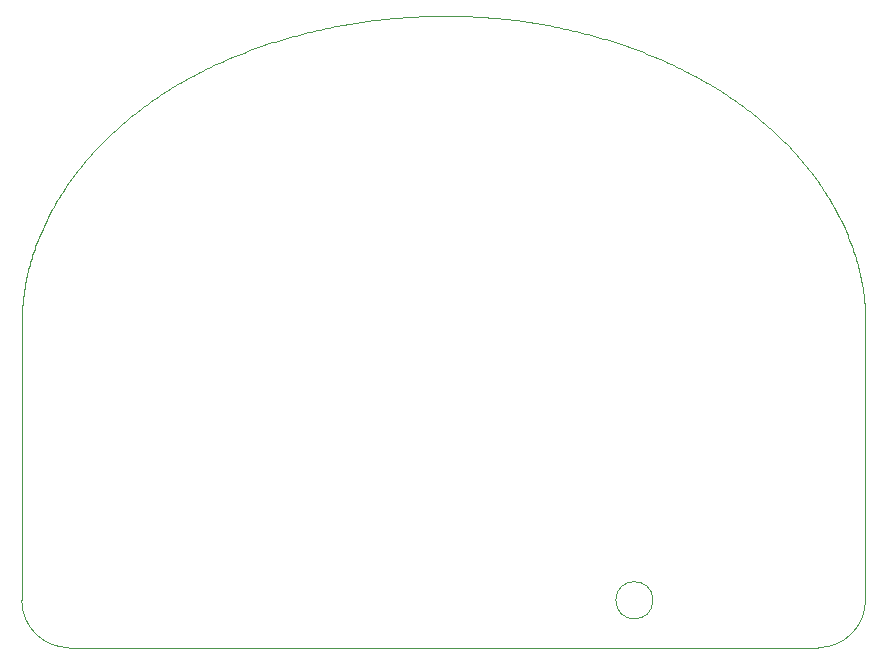
<source format=gbr>
G04 #@! TF.FileFunction,Profile,NP*
%FSLAX46Y46*%
G04 Gerber Fmt 4.6, Leading zero omitted, Abs format (unit mm)*
G04 Created by KiCad (PCBNEW 4.1.0-alpha+201605041001+6771~44~ubuntu14.04.1-product) date Wed 11 May 2016 01:12:45 PM EEST*
%MOMM*%
%LPD*%
G01*
G04 APERTURE LIST*
%ADD10C,0.100000*%
G04 APERTURE END LIST*
D10*
X118924691Y-133974752D02*
X55490000Y-133974752D01*
X51490000Y-129974752D02*
X51490000Y-106461615D01*
X95873181Y-81251752D02*
X95611681Y-81204752D01*
X96134081Y-81300252D02*
X95873181Y-81251752D01*
X96394481Y-81350152D02*
X96134081Y-81300252D01*
X96654381Y-81401452D02*
X96394481Y-81350152D01*
X96913781Y-81454252D02*
X96654381Y-81401452D01*
X97172581Y-81508452D02*
X96913781Y-81454252D01*
X97430781Y-81564052D02*
X97172581Y-81508452D01*
X97688481Y-81621152D02*
X97430781Y-81564052D01*
X97945581Y-81679552D02*
X97688481Y-81621152D01*
X98201981Y-81739452D02*
X97945581Y-81679552D01*
X98457881Y-81800652D02*
X98201981Y-81739452D01*
X98713081Y-81863352D02*
X98457881Y-81800652D01*
X98967681Y-81927352D02*
X98713081Y-81863352D01*
X99221581Y-81992852D02*
X98967681Y-81927352D01*
X99474781Y-82059652D02*
X99221581Y-81992852D01*
X99727281Y-82127852D02*
X99474781Y-82059652D01*
X99979181Y-82197452D02*
X99727281Y-82127852D01*
X100230281Y-82268352D02*
X99979181Y-82197452D01*
X100480681Y-82340652D02*
X100230281Y-82268352D01*
X100730381Y-82414352D02*
X100480681Y-82340652D01*
X100979281Y-82489352D02*
X100730381Y-82414352D01*
X101227381Y-82565752D02*
X100979281Y-82489352D01*
X101474781Y-82643452D02*
X101227381Y-82565752D01*
X101721281Y-82722452D02*
X101474781Y-82643452D01*
X101967081Y-82802852D02*
X101721281Y-82722452D01*
X102211981Y-82884552D02*
X101967081Y-82802852D01*
X58075381Y-91461052D02*
X57921081Y-91622652D01*
X58231381Y-91300252D02*
X58075381Y-91461052D01*
X58388981Y-91140352D02*
X58231381Y-91300252D01*
X58548181Y-90981352D02*
X58388981Y-91140352D01*
X58709081Y-90823252D02*
X58548181Y-90981352D01*
X58871481Y-90666052D02*
X58709081Y-90823252D01*
X59035581Y-90509752D02*
X58871481Y-90666052D01*
X59201181Y-90354352D02*
X59035581Y-90509752D01*
X59368481Y-90199852D02*
X59201181Y-90354352D01*
X59537281Y-90046352D02*
X59368481Y-90199852D01*
X59707681Y-89893852D02*
X59537281Y-90046352D01*
X59879681Y-89742252D02*
X59707681Y-89893852D01*
X60053181Y-89591652D02*
X59879681Y-89742252D01*
X60228331Y-89442052D02*
X60053181Y-89591652D01*
X60404991Y-89293352D02*
X60228331Y-89442052D01*
X60583181Y-89145752D02*
X60404991Y-89293352D01*
X60762921Y-88999152D02*
X60583181Y-89145752D01*
X60944181Y-88853552D02*
X60762921Y-88999152D01*
X61126971Y-88709052D02*
X60944181Y-88853552D01*
X61311271Y-88565552D02*
X61126971Y-88709052D01*
X61497091Y-88423052D02*
X61311271Y-88565552D01*
X61684401Y-88281652D02*
X61497091Y-88423052D01*
X61873221Y-88141352D02*
X61684401Y-88281652D01*
X62063521Y-88002152D02*
X61873221Y-88141352D01*
X62255301Y-87864052D02*
X62063521Y-88002152D01*
X62448561Y-87727052D02*
X62255301Y-87864052D01*
X62643291Y-87591152D02*
X62448561Y-87727052D01*
X62839481Y-87456352D02*
X62643291Y-87591152D01*
X63037131Y-87322652D02*
X62839481Y-87456352D01*
X63236221Y-87190152D02*
X63037131Y-87322652D01*
X63436761Y-87058852D02*
X63236221Y-87190152D01*
X63638721Y-86928652D02*
X63436761Y-87058852D01*
X63842121Y-86799652D02*
X63638721Y-86928652D01*
X64046931Y-86671852D02*
X63842121Y-86799652D01*
X64253101Y-86545252D02*
X64046931Y-86671852D01*
X64460611Y-86419852D02*
X64253101Y-86545252D01*
X64669451Y-86295752D02*
X64460611Y-86419852D01*
X64879591Y-86172852D02*
X64669451Y-86295752D01*
X65091031Y-86051152D02*
X64879591Y-86172852D01*
X65303741Y-85930652D02*
X65091031Y-86051152D01*
X65517731Y-85811452D02*
X65303741Y-85930652D01*
X65732971Y-85693452D02*
X65517731Y-85811452D01*
X65949441Y-85576752D02*
X65732971Y-85693452D01*
X66167141Y-85461252D02*
X65949441Y-85576752D01*
X66386041Y-85346952D02*
X66167141Y-85461252D01*
X66606151Y-85233952D02*
X66386041Y-85346952D01*
X66827431Y-85122252D02*
X66606151Y-85233952D01*
X67049871Y-85011752D02*
X66827431Y-85122252D01*
X67273471Y-84902452D02*
X67049871Y-85011752D01*
X67498201Y-84794552D02*
X67273471Y-84902452D01*
X67724061Y-84687852D02*
X67498201Y-84794552D01*
X67951021Y-84582352D02*
X67724061Y-84687852D01*
X68179081Y-84478152D02*
X67951021Y-84582352D01*
X68408221Y-84375352D02*
X68179081Y-84478152D01*
X120630181Y-97371252D02*
X120533981Y-97186652D01*
X120724581Y-97556452D02*
X120630181Y-97371252D01*
X120816981Y-97742052D02*
X120724581Y-97556452D01*
X120907481Y-97928252D02*
X120816981Y-97742052D01*
X120996181Y-98114852D02*
X120907481Y-97928252D01*
X121082881Y-98302052D02*
X120996181Y-98114852D01*
X121167781Y-98489652D02*
X121082881Y-98302052D01*
X121250681Y-98677752D02*
X121167781Y-98489652D01*
X121331681Y-98866252D02*
X121250681Y-98677752D01*
X121410781Y-99055252D02*
X121331681Y-98866252D01*
X121487981Y-99244652D02*
X121410781Y-99055252D01*
X121563181Y-99434452D02*
X121487981Y-99244652D01*
X121636481Y-99624652D02*
X121563181Y-99434452D01*
X121707781Y-99815252D02*
X121636481Y-99624652D01*
X121777081Y-100006352D02*
X121707781Y-99815252D01*
X121844481Y-100197752D02*
X121777081Y-100006352D01*
X121909881Y-100389452D02*
X121844481Y-100197752D01*
X121973381Y-100581652D02*
X121909881Y-100389452D01*
X122034781Y-100774052D02*
X121973381Y-100581652D01*
X122094281Y-100966852D02*
X122034781Y-100774052D01*
X122151781Y-101160052D02*
X122094281Y-100966852D01*
X122207181Y-101353552D02*
X122151781Y-101160052D01*
X122260681Y-101547252D02*
X122207181Y-101353552D01*
X122312081Y-101741352D02*
X122260681Y-101547252D01*
X122924681Y-106461652D02*
X122923581Y-106263452D01*
X122408881Y-102130352D02*
X122361581Y-101935752D01*
X102456081Y-82967652D02*
X102211981Y-82884552D01*
X102699281Y-83052052D02*
X102456081Y-82967652D01*
X102941681Y-83137652D02*
X102699281Y-83052052D01*
X103183181Y-83224652D02*
X102941681Y-83137652D01*
X103423781Y-83312952D02*
X103183181Y-83224652D01*
X103663481Y-83402552D02*
X103423781Y-83312952D01*
X103902281Y-83493552D02*
X103663481Y-83402552D01*
X104140081Y-83585652D02*
X103902281Y-83493552D01*
X104376981Y-83679152D02*
X104140081Y-83585652D01*
X104612981Y-83773952D02*
X104376981Y-83679152D01*
X104847981Y-83869952D02*
X104612981Y-83773952D01*
X105081981Y-83967352D02*
X104847981Y-83869952D01*
X105314981Y-84065952D02*
X105081981Y-83967352D01*
X105546881Y-84165752D02*
X105314981Y-84065952D01*
X105777881Y-84266852D02*
X105546881Y-84165752D01*
X106007781Y-84369252D02*
X105777881Y-84266852D01*
X106236681Y-84472852D02*
X106007781Y-84369252D01*
X106464481Y-84577752D02*
X106236681Y-84472852D01*
X106691181Y-84683852D02*
X106464481Y-84577752D01*
X106916781Y-84791152D02*
X106691181Y-84683852D01*
X107141281Y-84899752D02*
X106916781Y-84791152D01*
X107364681Y-85009552D02*
X107141281Y-84899752D01*
X107586981Y-85120552D02*
X107364681Y-85009552D01*
X107808081Y-85232752D02*
X107586981Y-85120552D01*
X108028081Y-85346252D02*
X107808081Y-85232752D01*
X108246881Y-85460852D02*
X108028081Y-85346252D01*
X68638421Y-84273652D02*
X68408221Y-84375352D01*
X68869671Y-84173352D02*
X68638421Y-84273652D01*
X69101961Y-84074252D02*
X68869671Y-84173352D01*
X69335269Y-83976452D02*
X69101961Y-84074252D01*
X69569585Y-83879952D02*
X69335269Y-83976452D01*
X69804894Y-83784752D02*
X69569585Y-83879952D01*
X70041181Y-83690852D02*
X69804894Y-83784752D01*
X70278433Y-83598252D02*
X70041181Y-83690852D01*
X70516633Y-83506952D02*
X70278433Y-83598252D01*
X70755768Y-83416952D02*
X70516633Y-83506952D01*
X70995825Y-83328152D02*
X70755768Y-83416952D01*
X71236791Y-83240752D02*
X70995825Y-83328152D01*
X71478641Y-83154652D02*
X71236791Y-83240752D01*
X71721371Y-83069852D02*
X71478641Y-83154652D01*
X71964971Y-82986452D02*
X71721371Y-83069852D01*
X72209411Y-82904252D02*
X71964971Y-82986452D01*
X72454691Y-82823452D02*
X72209411Y-82904252D01*
X72700781Y-82743952D02*
X72454691Y-82823452D01*
X72947691Y-82665752D02*
X72700781Y-82743952D01*
X73195381Y-82588852D02*
X72947691Y-82665752D01*
X73443851Y-82513352D02*
X73195381Y-82588852D01*
X73693081Y-82439152D02*
X73443851Y-82513352D01*
X73943061Y-82366252D02*
X73693081Y-82439152D01*
X74193781Y-82294752D02*
X73943061Y-82366252D01*
X74445211Y-82224552D02*
X74193781Y-82294752D01*
X74697351Y-82155752D02*
X74445211Y-82224552D01*
X74950171Y-82088252D02*
X74697351Y-82155752D01*
X81984781Y-80785952D02*
X81718781Y-80815952D01*
X82251081Y-80757352D02*
X81984781Y-80785952D01*
X82517581Y-80730152D02*
X82251081Y-80757352D01*
X82784481Y-80704452D02*
X82517581Y-80730152D01*
X83051581Y-80680152D02*
X82784481Y-80704452D01*
X83318881Y-80657252D02*
X83051581Y-80680152D01*
X83586381Y-80635852D02*
X83318881Y-80657252D01*
X83854081Y-80615852D02*
X83586381Y-80635852D01*
X84121981Y-80597352D02*
X83854081Y-80615852D01*
X84390081Y-80580252D02*
X84121981Y-80597352D01*
X84658281Y-80564552D02*
X84390081Y-80580252D01*
X84926681Y-80550352D02*
X84658281Y-80564552D01*
X85195181Y-80537652D02*
X84926681Y-80550352D01*
X85463781Y-80526452D02*
X85195181Y-80537652D01*
X85732481Y-80516552D02*
X85463781Y-80526452D01*
X86001381Y-80508252D02*
X85732481Y-80516552D01*
X86270181Y-80501352D02*
X86001381Y-80508252D01*
X86539181Y-80495952D02*
X86270181Y-80501352D01*
X86808081Y-80492052D02*
X86539181Y-80495952D01*
X87077081Y-80489652D02*
X86808081Y-80492052D01*
X87346181Y-80488652D02*
X87077081Y-80489652D01*
X87615181Y-80489152D02*
X87346181Y-80488652D01*
X87884181Y-80491152D02*
X87615181Y-80489152D01*
X88153081Y-80494652D02*
X87884181Y-80491152D01*
X88422081Y-80499652D02*
X88153081Y-80494652D01*
X88690881Y-80506152D02*
X88422081Y-80499652D01*
X117679781Y-92939452D02*
X117538881Y-92771252D01*
X117819081Y-93108452D02*
X117679781Y-92939452D01*
X117956581Y-93278152D02*
X117819081Y-93108452D01*
X118092381Y-93448652D02*
X117956581Y-93278152D01*
X118226481Y-93619952D02*
X118092381Y-93448652D01*
X118358781Y-93791952D02*
X118226481Y-93619952D01*
X118489381Y-93964652D02*
X118358781Y-93791952D01*
X118618181Y-94138052D02*
X118489381Y-93964652D01*
X118745281Y-94312252D02*
X118618181Y-94138052D01*
X118870581Y-94487052D02*
X118745281Y-94312252D01*
X118994081Y-94662652D02*
X118870581Y-94487052D01*
X119115881Y-94838852D02*
X118994081Y-94662652D01*
X119235881Y-95015752D02*
X119115881Y-94838852D01*
X119354081Y-95193252D02*
X119235881Y-95015752D01*
X119470381Y-95371452D02*
X119354081Y-95193252D01*
X119584981Y-95550252D02*
X119470381Y-95371452D01*
X119697781Y-95729752D02*
X119584981Y-95550252D01*
X119808781Y-95909852D02*
X119697781Y-95729752D01*
X119917881Y-96090452D02*
X119808781Y-95909852D01*
X120025181Y-96271752D02*
X119917881Y-96090452D01*
X120130681Y-96453552D02*
X120025181Y-96271752D01*
X120234281Y-96636052D02*
X120130681Y-96453552D01*
X120336081Y-96819052D02*
X120234281Y-96636052D01*
X120435981Y-97002552D02*
X120336081Y-96819052D01*
X120533981Y-97186652D02*
X120435981Y-97002552D01*
X122497581Y-102520352D02*
X122454281Y-102325252D01*
X122361581Y-101935752D02*
X122312081Y-101741352D01*
X113658781Y-88995252D02*
X113477081Y-88849952D01*
X113838881Y-89141652D02*
X113658781Y-88995252D01*
X114017481Y-89289052D02*
X113838881Y-89141652D01*
X114194481Y-89437552D02*
X114017481Y-89289052D01*
X114369981Y-89586952D02*
X114194481Y-89437552D01*
X114543781Y-89737352D02*
X114369981Y-89586952D01*
X114716081Y-89888852D02*
X114543781Y-89737352D01*
X114886781Y-90041252D02*
X114716081Y-89888852D01*
X115055881Y-90194552D02*
X114886781Y-90041252D01*
X115223381Y-90348852D02*
X115055881Y-90194552D01*
X115389181Y-90504152D02*
X115223381Y-90348852D01*
X115553481Y-90660352D02*
X115389181Y-90504152D01*
X115716081Y-90817452D02*
X115553481Y-90660352D01*
X115877081Y-90975452D02*
X115716081Y-90817452D01*
X116036481Y-91134452D02*
X115877081Y-90975452D01*
X116194181Y-91294252D02*
X116036481Y-91134452D01*
X116350281Y-91454952D02*
X116194181Y-91294252D01*
X116504781Y-91616552D02*
X116350281Y-91454952D01*
X116657481Y-91779052D02*
X116504781Y-91616552D01*
X116808581Y-91942352D02*
X116657481Y-91779052D01*
X116958081Y-92106452D02*
X116808581Y-91942352D01*
X117105781Y-92271452D02*
X116958081Y-92106452D01*
X117251881Y-92437252D02*
X117105781Y-92271452D01*
X117396181Y-92603852D02*
X117251881Y-92437252D01*
X117538881Y-92771252D02*
X117396181Y-92603852D01*
X122924691Y-129974752D02*
X122924691Y-106461615D01*
X54398881Y-96276752D02*
X54293181Y-96458452D01*
X54506381Y-96095552D02*
X54398881Y-96276752D01*
X54615681Y-95915052D02*
X54506381Y-96095552D01*
X54726781Y-95735052D02*
X54615681Y-95915052D01*
X54839681Y-95555652D02*
X54726781Y-95735052D01*
X54954481Y-95376952D02*
X54839681Y-95555652D01*
X55070981Y-95198852D02*
X54954481Y-95376952D01*
X55189281Y-95021452D02*
X55070981Y-95198852D01*
X55309381Y-94844652D02*
X55189281Y-95021452D01*
X55431281Y-94668452D02*
X55309381Y-94844652D01*
X55554981Y-94492952D02*
X55431281Y-94668452D01*
X55680381Y-94318252D02*
X55554981Y-94492952D01*
X55807581Y-94144152D02*
X55680381Y-94318252D01*
X55936481Y-93970752D02*
X55807581Y-94144152D01*
X56067181Y-93798052D02*
X55936481Y-93970752D01*
X56199481Y-93626052D02*
X56067181Y-93798052D01*
X56333681Y-93454852D02*
X56199481Y-93626052D01*
X56469481Y-93284352D02*
X56333681Y-93454852D01*
X56607081Y-93114652D02*
X56469481Y-93284352D01*
X56746281Y-92945652D02*
X56607081Y-93114652D01*
X56887281Y-92777552D02*
X56746281Y-92945652D01*
X57029981Y-92610152D02*
X56887281Y-92777552D01*
X57174281Y-92443452D02*
X57029981Y-92610152D01*
X57320281Y-92277652D02*
X57174281Y-92443452D01*
X57467981Y-92112652D02*
X57320281Y-92277652D01*
X57617381Y-91948552D02*
X57467981Y-92112652D01*
X57768381Y-91785152D02*
X57617381Y-91948552D01*
X57921081Y-91622652D02*
X57768381Y-91785152D01*
X75203681Y-82022152D02*
X74950171Y-82088252D01*
X75457841Y-81957352D02*
X75203681Y-82022152D01*
X75712651Y-81893952D02*
X75457841Y-81957352D01*
X75968101Y-81831852D02*
X75712651Y-81893952D01*
X76224161Y-81771152D02*
X75968101Y-81831852D01*
X76480821Y-81711852D02*
X76224161Y-81771152D01*
X76738081Y-81653852D02*
X76480821Y-81711852D01*
X76995911Y-81597252D02*
X76738081Y-81653852D01*
X77254301Y-81542052D02*
X76995911Y-81597252D01*
X77513231Y-81488152D02*
X77254301Y-81542052D01*
X77772701Y-81435652D02*
X77513231Y-81488152D01*
X78032691Y-81384552D02*
X77772701Y-81435652D01*
X78293181Y-81334852D02*
X78032691Y-81384552D01*
X78554151Y-81286552D02*
X78293181Y-81334852D01*
X78815601Y-81239652D02*
X78554151Y-81286552D01*
X79077511Y-81194152D02*
X78815601Y-81239652D01*
X79339871Y-81149952D02*
X79077511Y-81194152D01*
X79602661Y-81107252D02*
X79339871Y-81149952D01*
X79865861Y-81065852D02*
X79602661Y-81107252D01*
X80129461Y-81025952D02*
X79865861Y-81065852D01*
X80393481Y-80987452D02*
X80129461Y-81025952D01*
X80657781Y-80950352D02*
X80393481Y-80987452D01*
X80922581Y-80914552D02*
X80657781Y-80950352D01*
X81187581Y-80880352D02*
X80922581Y-80914552D01*
X81452981Y-80847452D02*
X81187581Y-80880352D01*
X81718781Y-80815952D02*
X81452981Y-80847452D01*
X122454281Y-102325252D02*
X122408881Y-102130352D01*
X52157081Y-101548852D02*
X52105481Y-101742752D01*
X52210781Y-101355152D02*
X52157081Y-101548852D01*
X52266481Y-101161852D02*
X52210781Y-101355152D01*
X52324181Y-100968752D02*
X52266481Y-101161852D01*
X52383881Y-100776052D02*
X52324181Y-100968752D01*
X52445481Y-100583752D02*
X52383881Y-100776052D01*
X52509181Y-100391752D02*
X52445481Y-100583752D01*
X52574881Y-100200052D02*
X52509181Y-100391752D01*
X52642481Y-100008852D02*
X52574881Y-100200052D01*
X52712081Y-99817952D02*
X52642481Y-100008852D01*
X52783581Y-99627452D02*
X52712081Y-99817952D01*
X52857081Y-99437352D02*
X52783581Y-99627452D01*
X52932581Y-99247652D02*
X52857081Y-99437352D01*
X53009981Y-99058352D02*
X52932581Y-99247652D01*
X53089281Y-98869552D02*
X53009981Y-99058352D01*
X53170481Y-98681152D02*
X53089281Y-98869552D01*
X53253681Y-98493252D02*
X53170481Y-98681152D01*
X53338781Y-98305752D02*
X53253681Y-98493252D01*
X53425781Y-98118752D02*
X53338781Y-98305752D01*
X53514581Y-97932152D02*
X53425781Y-98118752D01*
X53605381Y-97746152D02*
X53514581Y-97932152D01*
X53698081Y-97560652D02*
X53605381Y-97746152D01*
X53792581Y-97375552D02*
X53698081Y-97560652D01*
X53888981Y-97191052D02*
X53792581Y-97375552D01*
X53987281Y-97007152D02*
X53888981Y-97191052D01*
X54087381Y-96823652D02*
X53987281Y-97007152D01*
X54189381Y-96640852D02*
X54087381Y-96823652D01*
X54293181Y-96458452D02*
X54189381Y-96640852D01*
X122538781Y-102715752D02*
X122497581Y-102520352D01*
X122577981Y-102911452D02*
X122538781Y-102715752D01*
X122615181Y-103107352D02*
X122577981Y-102911452D01*
X122650181Y-103303352D02*
X122615181Y-103107352D01*
X122683181Y-103499652D02*
X122650181Y-103303352D01*
X122714181Y-103696152D02*
X122683181Y-103499652D01*
X122742981Y-103892852D02*
X122714181Y-103696152D01*
X122769681Y-104089652D02*
X122742981Y-103892852D01*
X122794281Y-104286652D02*
X122769681Y-104089652D01*
X122816881Y-104483852D02*
X122794281Y-104286652D01*
X122837281Y-104681152D02*
X122816881Y-104483852D01*
X122855481Y-104878552D02*
X122837281Y-104681152D01*
X122871681Y-105076152D02*
X122855481Y-104878552D01*
X122885681Y-105273752D02*
X122871681Y-105076152D01*
X122897581Y-105471552D02*
X122885681Y-105273752D01*
X122907281Y-105669452D02*
X122897581Y-105471552D01*
X122914881Y-105867352D02*
X122907281Y-105669452D01*
X122920381Y-106065352D02*
X122914881Y-105867352D01*
X122923581Y-106263452D02*
X122920381Y-106065352D01*
X88959681Y-80514052D02*
X88690881Y-80506152D01*
X89228381Y-80523552D02*
X88959681Y-80514052D01*
X89496981Y-80534552D02*
X89228381Y-80523552D01*
X89765481Y-80546952D02*
X89496981Y-80534552D01*
X90033881Y-80560952D02*
X89765481Y-80546952D01*
X90302081Y-80576452D02*
X90033881Y-80560952D01*
X90570081Y-80593452D02*
X90302081Y-80576452D01*
X90837981Y-80612052D02*
X90570081Y-80593452D01*
X91105681Y-80632052D02*
X90837981Y-80612052D01*
X91373181Y-80653652D02*
X91105681Y-80632052D01*
X91640381Y-80676652D02*
X91373181Y-80653652D01*
X91907481Y-80701352D02*
X91640381Y-80676652D01*
X92174181Y-80727452D02*
X91907481Y-80701352D01*
X92440781Y-80755152D02*
X92174181Y-80727452D01*
X92706981Y-80784352D02*
X92440781Y-80755152D01*
X92972981Y-80815052D02*
X92706981Y-80784352D01*
X93238581Y-80847352D02*
X92972981Y-80815052D01*
X93503881Y-80881152D02*
X93238581Y-80847352D01*
X93768881Y-80916452D02*
X93503881Y-80881152D01*
X94033381Y-80953252D02*
X93768881Y-80916452D01*
X94297581Y-80991552D02*
X94033381Y-80953252D01*
X94561281Y-81031252D02*
X94297581Y-80991552D01*
X94824581Y-81072452D02*
X94561281Y-81031252D01*
X95087381Y-81115052D02*
X94824581Y-81072452D01*
X95349781Y-81159152D02*
X95087381Y-81115052D01*
X95611681Y-81204752D02*
X95349781Y-81159152D01*
X122924691Y-129974752D02*
G75*
G02X118924691Y-133974752I-4000000J0D01*
G01*
X55490000Y-133974752D02*
G75*
G02X51490000Y-129974752I0J4000000D01*
G01*
X51491081Y-106263452D02*
X51489981Y-106461652D01*
X51494381Y-106065352D02*
X51491081Y-106263452D01*
X51499881Y-105867352D02*
X51494381Y-106065352D01*
X51507481Y-105669452D02*
X51499881Y-105867352D01*
X51517281Y-105471552D02*
X51507481Y-105669452D01*
X51529181Y-105273852D02*
X51517281Y-105471552D01*
X51543281Y-105076252D02*
X51529181Y-105273852D01*
X51559581Y-104878652D02*
X51543281Y-105076252D01*
X51577881Y-104681252D02*
X51559581Y-104878652D01*
X51598481Y-104484052D02*
X51577881Y-104681252D01*
X51621081Y-104286952D02*
X51598481Y-104484052D01*
X51645781Y-104089952D02*
X51621081Y-104286952D01*
X51672681Y-103893252D02*
X51645781Y-104089952D01*
X51701681Y-103696652D02*
X51672681Y-103893252D01*
X51732681Y-103500252D02*
X51701681Y-103696652D01*
X51765881Y-103304052D02*
X51732681Y-103500252D01*
X51801081Y-103108052D02*
X51765881Y-103304052D01*
X51838381Y-102912252D02*
X51801081Y-103108052D01*
X51877781Y-102716652D02*
X51838381Y-102912252D01*
X51919181Y-102521352D02*
X51877781Y-102716652D01*
X51962681Y-102326352D02*
X51919181Y-102521352D01*
X52008281Y-102131552D02*
X51962681Y-102326352D01*
X52055881Y-101937052D02*
X52008281Y-102131552D01*
X52105481Y-101742752D02*
X52055881Y-101937052D01*
X108464381Y-85576752D02*
X108246881Y-85460852D01*
X108680781Y-85693752D02*
X108464381Y-85576752D01*
X108895981Y-85812052D02*
X108680781Y-85693752D01*
X109109981Y-85931452D02*
X108895981Y-85812052D01*
X109322681Y-86052052D02*
X109109981Y-85931452D01*
X109534081Y-86173852D02*
X109322681Y-86052052D01*
X109744281Y-86296852D02*
X109534081Y-86173852D01*
X109953181Y-86420952D02*
X109744281Y-86296852D01*
X110160781Y-86546252D02*
X109953181Y-86420952D01*
X110367081Y-86672752D02*
X110160781Y-86546252D01*
X110571981Y-86800352D02*
X110367081Y-86672752D01*
X110775681Y-86929152D02*
X110571981Y-86800352D01*
X110977981Y-87059052D02*
X110775681Y-86929152D01*
X111178881Y-87190152D02*
X110977981Y-87059052D01*
X111378381Y-87322252D02*
X111178881Y-87190152D01*
X111576581Y-87455652D02*
X111378381Y-87322252D01*
X111773281Y-87590052D02*
X111576581Y-87455652D01*
X111968581Y-87725652D02*
X111773281Y-87590052D01*
X112162481Y-87862352D02*
X111968581Y-87725652D01*
X112354781Y-88000152D02*
X112162481Y-87862352D01*
X112545681Y-88139052D02*
X112354781Y-88000152D01*
X112734981Y-88279052D02*
X112545681Y-88139052D01*
X112922881Y-88420152D02*
X112734981Y-88279052D01*
X113109081Y-88562352D02*
X112922881Y-88420152D01*
X113293881Y-88705552D02*
X113109081Y-88562352D01*
X113477081Y-88849952D02*
X113293881Y-88705552D01*
X104938256Y-129967600D02*
G75*
G03X104938256Y-129967600I-1575000J0D01*
G01*
M02*

</source>
